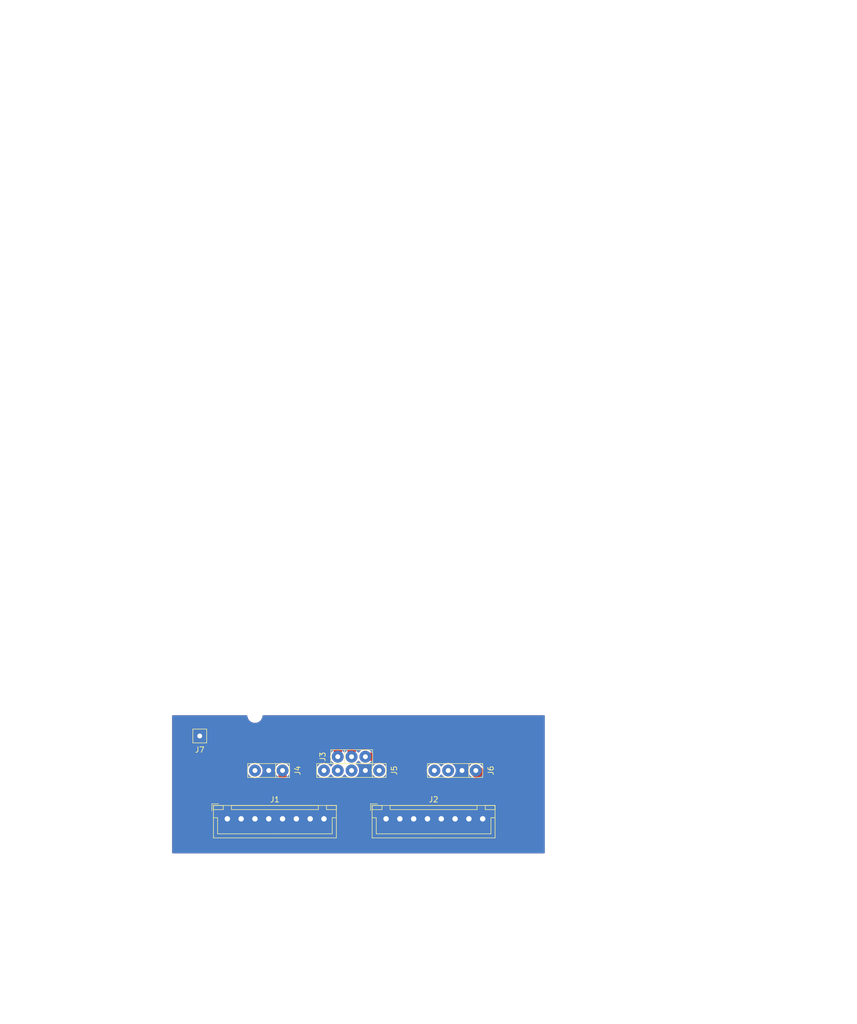
<source format=kicad_pcb>
(kicad_pcb (version 20171130) (host pcbnew "(5.1.6)-1")

  (general
    (thickness 1.6)
    (drawings 41)
    (tracks 22)
    (zones 0)
    (modules 7)
    (nets 15)
  )

  (page A4)
  (layers
    (0 F.Cu signal)
    (31 B.Cu signal)
    (32 B.Adhes user)
    (33 F.Adhes user)
    (34 B.Paste user)
    (35 F.Paste user)
    (36 B.SilkS user)
    (37 F.SilkS user)
    (38 B.Mask user)
    (39 F.Mask user)
    (40 Dwgs.User user)
    (41 Cmts.User user)
    (42 Eco1.User user)
    (43 Eco2.User user)
    (44 Edge.Cuts user)
    (45 Margin user)
    (46 B.CrtYd user)
    (47 F.CrtYd user)
    (48 B.Fab user)
    (49 F.Fab user)
  )

  (setup
    (last_trace_width 2.2)
    (user_trace_width 1)
    (user_trace_width 1.5)
    (user_trace_width 2)
    (user_trace_width 2.2)
    (trace_clearance 0.2)
    (zone_clearance 0.508)
    (zone_45_only no)
    (trace_min 0.2)
    (via_size 0.8)
    (via_drill 0.4)
    (via_min_size 0.4)
    (via_min_drill 0.3)
    (user_via 2.2 0.8)
    (uvia_size 0.3)
    (uvia_drill 0.1)
    (uvias_allowed no)
    (uvia_min_size 0.2)
    (uvia_min_drill 0.1)
    (edge_width 0.05)
    (segment_width 0.2)
    (pcb_text_width 0.3)
    (pcb_text_size 1.5 1.5)
    (mod_edge_width 0.12)
    (mod_text_size 1 1)
    (mod_text_width 0.15)
    (pad_size 1.524 1.524)
    (pad_drill 0.762)
    (pad_to_mask_clearance 0.05)
    (aux_axis_origin 0 0)
    (visible_elements 7FFFFFFF)
    (pcbplotparams
      (layerselection 0x010fc_ffffffff)
      (usegerberextensions false)
      (usegerberattributes true)
      (usegerberadvancedattributes true)
      (creategerberjobfile true)
      (excludeedgelayer true)
      (linewidth 0.100000)
      (plotframeref false)
      (viasonmask false)
      (mode 1)
      (useauxorigin false)
      (hpglpennumber 1)
      (hpglpenspeed 20)
      (hpglpendiameter 15.000000)
      (psnegative false)
      (psa4output false)
      (plotreference true)
      (plotvalue true)
      (plotinvisibletext false)
      (padsonsilk false)
      (subtractmaskfromsilk false)
      (outputformat 1)
      (mirror false)
      (drillshape 1)
      (scaleselection 1)
      (outputdirectory ""))
  )

  (net 0 "")
  (net 1 +5V)
  (net 2 GND)
  (net 3 RPI_TX0)
  (net 4 RPI_RX0)
  (net 5 RPI_READY)
  (net 6 AUDIO_RX_ACTIVE)
  (net 7 AUDIO_TX_ACTIVE)
  (net 8 RPI_RUN)
  (net 9 DISPLAY_MOSI)
  (net 10 DISPLAY_CS)
  (net 11 DISPLAY_CD)
  (net 12 DISPLAY_MISO)
  (net 13 DISPLAY_SCLK)
  (net 14 TOUCH_CS)

  (net_class Default "This is the default net class."
    (clearance 0.2)
    (trace_width 0.25)
    (via_dia 0.8)
    (via_drill 0.4)
    (uvia_dia 0.3)
    (uvia_drill 0.1)
    (add_net +5V)
    (add_net AUDIO_RX_ACTIVE)
    (add_net AUDIO_TX_ACTIVE)
    (add_net DISPLAY_CD)
    (add_net DISPLAY_CS)
    (add_net DISPLAY_MISO)
    (add_net DISPLAY_MOSI)
    (add_net DISPLAY_SCLK)
    (add_net GND)
    (add_net RPI_READY)
    (add_net RPI_RUN)
    (add_net RPI_RX0)
    (add_net RPI_TX0)
    (add_net TOUCH_CS)
  )

  (module 0_my_footprints:invPinSocket_1x03 (layer F.Cu) (tedit 6615DF40) (tstamp 661AB513)
    (at 30.48 -17.78 90)
    (descr "8.4mm tall socket strip, 1x03, 2.54mm pitch, from kicad_pinsockets.pm")
    (tags "Through hole socket strip THT 1x03 2.54mm single row")
    (path /66163A35)
    (fp_text reference J3 (at 0 -2.77 90) (layer F.SilkS)
      (effects (font (size 1 1) (thickness 0.15)))
    )
    (fp_text value PI_3 (at 0 7.85 90) (layer F.Fab)
      (effects (font (size 1 1) (thickness 0.15)))
    )
    (fp_line (start 1.27 -1.27) (end 1.27 6.41) (layer F.SilkS) (width 0.12))
    (fp_line (start -1.27 6.41) (end 1.27 6.41) (layer F.SilkS) (width 0.12))
    (fp_line (start -1.27 -1.27) (end -1.27 6.41) (layer F.SilkS) (width 0.12))
    (fp_line (start -1.27 -1.27) (end 1.27 -1.27) (layer F.SilkS) (width 0.12))
    (fp_line (start -1.27 1.27) (end 1.27 1.27) (layer F.SilkS) (width 0.12))
    (pad 3 thru_hole circle (at 0 5.08 90) (size 2.2 2.2) (drill 0.9) (layers *.Cu *.Mask)
      (net 9 DISPLAY_MOSI))
    (pad 2 thru_hole circle (at 0 2.54 90) (size 2.2 2.2) (drill 0.9) (layers *.Cu *.Mask)
      (net 12 DISPLAY_MISO))
    (pad 1 thru_hole circle (at 0 0 90) (size 2.2 2.2) (drill 0.9) (layers *.Cu *.Mask)
      (net 13 DISPLAY_SCLK))
    (model ${MY_KICAD_LIBRARIES}/my_3d_files/pinSockets/myPinSocket_1x03.step
      (offset (xyz 0 -5.08 -1.6))
      (scale (xyz 1 1 1))
      (rotate (xyz 180 0 0))
    )
  )

  (module 0_my_footprints:invPinSocket_1x03 (layer F.Cu) (tedit 6615DF40) (tstamp 661AB51F)
    (at 20.32 -15.24 270)
    (descr "8.4mm tall socket strip, 1x03, 2.54mm pitch, from kicad_pinsockets.pm")
    (tags "Through hole socket strip THT 1x03 2.54mm single row")
    (path /6615D6DC)
    (fp_text reference J4 (at 0 -2.77 90) (layer F.SilkS)
      (effects (font (size 1 1) (thickness 0.15)))
    )
    (fp_text value PI_2 (at 0 7.85 90) (layer F.Fab)
      (effects (font (size 1 1) (thickness 0.15)))
    )
    (fp_line (start -1.27 1.27) (end 1.27 1.27) (layer F.SilkS) (width 0.12))
    (fp_line (start -1.27 -1.27) (end 1.27 -1.27) (layer F.SilkS) (width 0.12))
    (fp_line (start -1.27 -1.27) (end -1.27 6.41) (layer F.SilkS) (width 0.12))
    (fp_line (start -1.27 6.41) (end 1.27 6.41) (layer F.SilkS) (width 0.12))
    (fp_line (start 1.27 -1.27) (end 1.27 6.41) (layer F.SilkS) (width 0.12))
    (pad 1 thru_hole circle (at 0 0 270) (size 2.2 2.2) (drill 0.9) (layers *.Cu *.Mask)
      (net 6 AUDIO_RX_ACTIVE))
    (pad 2 thru_hole circle (at 0 2.54 270) (size 2.2 2.2) (drill 0.9) (layers *.Cu *.Mask)
      (net 2 GND))
    (pad 3 thru_hole circle (at 0 5.08 270) (size 2.2 2.2) (drill 0.9) (layers *.Cu *.Mask)
      (net 7 AUDIO_TX_ACTIVE))
    (model ${MY_KICAD_LIBRARIES}/my_3d_files/pinSockets/myPinSocket_1x03.step
      (offset (xyz 0 -5.08 -1.6))
      (scale (xyz 1 1 1))
      (rotate (xyz 180 0 0))
    )
  )

  (module 0_my_footprints:invPinSocket_1x5 (layer F.Cu) (tedit 661AB15F) (tstamp 661AB52D)
    (at 38.1 -15.24 270)
    (descr "8.4mm tall socket strip, 1x05, 2.54mm pitch, from kicad_pinsockets.pm")
    (tags "Through hole socket strip THT 1x05 2.54mm single row")
    (path /661BB80B)
    (fp_text reference J5 (at 0 -2.77 90) (layer F.SilkS)
      (effects (font (size 1 1) (thickness 0.15)))
    )
    (fp_text value PI_1 (at 0 12.93 90) (layer F.Fab)
      (effects (font (size 1 1) (thickness 0.15)))
    )
    (fp_line (start -1.27 1.27) (end 1.27 1.27) (layer F.SilkS) (width 0.12))
    (fp_line (start 1.27 -1.27) (end 1.27 11.49) (layer F.SilkS) (width 0.12))
    (fp_line (start -1.27 11.49) (end 1.27 11.49) (layer F.SilkS) (width 0.12))
    (fp_line (start -1.27 -1.27) (end -1.27 11.49) (layer F.SilkS) (width 0.12))
    (fp_line (start -1.27 -1.27) (end 1.27 -1.27) (layer F.SilkS) (width 0.12))
    (pad 1 thru_hole circle (at 0 0 270) (size 2.2 2.2) (drill 0.9) (layers *.Cu *.Mask)
      (net 11 DISPLAY_CD))
    (pad 2 thru_hole circle (at 0 2.54 270) (size 2.2 2.2) (drill 0.9) (layers *.Cu *.Mask)
      (net 2 GND))
    (pad 3 thru_hole circle (at 0 5.08 270) (size 2.2 2.2) (drill 0.9) (layers *.Cu *.Mask)
      (net 5 RPI_READY))
    (pad 4 thru_hole circle (at 0 7.62 270) (size 2.2 2.2) (drill 0.9) (layers *.Cu *.Mask)
      (net 10 DISPLAY_CS))
    (pad 5 thru_hole circle (at 0 10.16 270) (size 2.2 2.2) (drill 0.9) (layers *.Cu *.Mask)
      (net 14 TOUCH_CS))
    (model ${MY_KICAD_LIBRARIES}/my_3d_files/pinSockets/myPinSocket_1x05.step
      (offset (xyz 0 0 -1.6))
      (scale (xyz 1 1 1))
      (rotate (xyz 0 180 0))
    )
  )

  (module 0_my_footprints:invPinSocket_1x04 (layer F.Cu) (tedit 6615DFDF) (tstamp 661AB53B)
    (at 55.88 -15.24 270)
    (descr "8.4mm tall socket strip, 1x04, 2.54mm pitch, from kicad_pinsockets.pm")
    (tags "Through hole socket strip THT 1x04 2.54mm single row")
    (path /66159DC7)
    (fp_text reference J6 (at 0 -2.77 90) (layer F.SilkS)
      (effects (font (size 1 1) (thickness 0.15)))
    )
    (fp_text value PI_0 (at 0 10.39 90) (layer F.Fab)
      (effects (font (size 1 1) (thickness 0.15)))
    )
    (fp_line (start -1.27 1.27) (end 1.27 1.27) (layer F.SilkS) (width 0.12))
    (fp_line (start -1.27 -1.27) (end -1.27 1.27) (layer F.SilkS) (width 0.12))
    (fp_line (start 1.27 -1.27) (end -1.27 -1.27) (layer F.SilkS) (width 0.12))
    (fp_line (start 1.27 8.89) (end 1.27 -1.27) (layer F.SilkS) (width 0.12))
    (fp_line (start -1.27 8.89) (end 1.27 8.89) (layer F.SilkS) (width 0.12))
    (fp_line (start -1.27 -1.27) (end -1.27 8.89) (layer F.SilkS) (width 0.12))
    (pad 1 thru_hole circle (at 0 0 270) (size 2.2 2.2) (drill 0.9) (layers *.Cu *.Mask)
      (net 1 +5V))
    (pad 2 thru_hole circle (at 0 2.54 270) (size 2.2 2.2) (drill 0.9) (layers *.Cu *.Mask)
      (net 2 GND))
    (pad 3 thru_hole circle (at 0 5.08 270) (size 2.2 2.2) (drill 0.9) (layers *.Cu *.Mask)
      (net 3 RPI_TX0))
    (pad 4 thru_hole circle (at 0 7.62 270) (size 2.2 2.2) (drill 0.9) (layers *.Cu *.Mask)
      (net 4 RPI_RX0))
    (model ${MY_KICAD_LIBRARIES}/my_3d_files/pinSockets/myPinSocket_1x04.step
      (offset (xyz 0 0 -1.6))
      (scale (xyz 1 1 1))
      (rotate (xyz 0 180 0))
    )
  )

  (module cnc3018-PCB:my1pin (layer F.Cu) (tedit 64E3B25A) (tstamp 661AB544)
    (at 5.08 -21.59)
    (path /662BD669)
    (fp_text reference J7 (at 0 2.54) (layer F.SilkS)
      (effects (font (size 1 1) (thickness 0.15)))
    )
    (fp_text value PI_RUN (at 0 -2.54) (layer F.Fab)
      (effects (font (size 1 1) (thickness 0.15)))
    )
    (fp_line (start 1.27 1.27) (end 1.27 -1.27) (layer F.SilkS) (width 0.12))
    (fp_line (start -1.27 1.27) (end 1.27 1.27) (layer F.SilkS) (width 0.12))
    (fp_line (start -1.27 -1.27) (end -1.27 1.27) (layer F.SilkS) (width 0.12))
    (fp_line (start -1.27 -1.27) (end 1.27 -1.27) (layer F.SilkS) (width 0.12))
    (pad 1 thru_hole circle (at 0 0) (size 2.2 2.2) (drill 0.9) (layers *.Cu *.Mask)
      (net 8 RPI_RUN))
  )

  (module 0_my_footprints:myJSTx08 (layer F.Cu) (tedit 63C19EB8) (tstamp 661DD589)
    (at 10.16 -6.35)
    (descr "JST XH series connector, B8B-XH-A (http://www.jst-mfg.com/product/pdf/eng/eXH.pdf), generated with kicad-footprint-generator")
    (tags "connector JST XH vertical")
    (path /662C3EE5)
    (fp_text reference J1 (at 8.75 -3.55) (layer F.SilkS)
      (effects (font (size 1 1) (thickness 0.15)))
    )
    (fp_text value Teensy3.2 (at 8.75 4.6) (layer F.Fab)
      (effects (font (size 1 1) (thickness 0.15)))
    )
    (fp_text user %R (at 8.75 2.7) (layer F.Fab)
      (effects (font (size 1 1) (thickness 0.15)))
    )
    (fp_line (start -2.45 -2.35) (end -2.45 3.4) (layer F.Fab) (width 0.1))
    (fp_line (start -2.45 3.4) (end 19.95 3.4) (layer F.Fab) (width 0.1))
    (fp_line (start 19.95 3.4) (end 19.95 -2.35) (layer F.Fab) (width 0.1))
    (fp_line (start 19.95 -2.35) (end -2.45 -2.35) (layer F.Fab) (width 0.1))
    (fp_line (start -2.56 -2.46) (end -2.56 3.51) (layer F.SilkS) (width 0.12))
    (fp_line (start -2.56 3.51) (end 20.06 3.51) (layer F.SilkS) (width 0.12))
    (fp_line (start 20.06 3.51) (end 20.06 -2.46) (layer F.SilkS) (width 0.12))
    (fp_line (start 20.06 -2.46) (end -2.56 -2.46) (layer F.SilkS) (width 0.12))
    (fp_line (start -2.95 -2.85) (end -2.95 3.9) (layer F.CrtYd) (width 0.05))
    (fp_line (start -2.95 3.9) (end 20.45 3.9) (layer F.CrtYd) (width 0.05))
    (fp_line (start 20.45 3.9) (end 20.45 -2.85) (layer F.CrtYd) (width 0.05))
    (fp_line (start 20.45 -2.85) (end -2.95 -2.85) (layer F.CrtYd) (width 0.05))
    (fp_line (start -0.625 -2.35) (end 0 -1.35) (layer F.Fab) (width 0.1))
    (fp_line (start 0 -1.35) (end 0.625 -2.35) (layer F.Fab) (width 0.1))
    (fp_line (start 0.75 -2.45) (end 0.75 -1.7) (layer F.SilkS) (width 0.12))
    (fp_line (start 0.75 -1.7) (end 16.75 -1.7) (layer F.SilkS) (width 0.12))
    (fp_line (start 16.75 -1.7) (end 16.75 -2.45) (layer F.SilkS) (width 0.12))
    (fp_line (start 16.75 -2.45) (end 0.75 -2.45) (layer F.SilkS) (width 0.12))
    (fp_line (start -2.55 -2.45) (end -2.55 -1.7) (layer F.SilkS) (width 0.12))
    (fp_line (start -2.55 -1.7) (end -0.75 -1.7) (layer F.SilkS) (width 0.12))
    (fp_line (start -0.75 -1.7) (end -0.75 -2.45) (layer F.SilkS) (width 0.12))
    (fp_line (start -0.75 -2.45) (end -2.55 -2.45) (layer F.SilkS) (width 0.12))
    (fp_line (start 18.25 -2.45) (end 18.25 -1.7) (layer F.SilkS) (width 0.12))
    (fp_line (start 18.25 -1.7) (end 20.05 -1.7) (layer F.SilkS) (width 0.12))
    (fp_line (start 20.05 -1.7) (end 20.05 -2.45) (layer F.SilkS) (width 0.12))
    (fp_line (start 20.05 -2.45) (end 18.25 -2.45) (layer F.SilkS) (width 0.12))
    (fp_line (start -2.55 -0.2) (end -1.8 -0.2) (layer F.SilkS) (width 0.12))
    (fp_line (start -1.8 -0.2) (end -1.8 2.75) (layer F.SilkS) (width 0.12))
    (fp_line (start -1.8 2.75) (end 8.75 2.75) (layer F.SilkS) (width 0.12))
    (fp_line (start 20.05 -0.2) (end 19.3 -0.2) (layer F.SilkS) (width 0.12))
    (fp_line (start 19.3 -0.2) (end 19.3 2.75) (layer F.SilkS) (width 0.12))
    (fp_line (start 19.3 2.75) (end 8.75 2.75) (layer F.SilkS) (width 0.12))
    (fp_line (start -1.6 -2.75) (end -2.85 -2.75) (layer F.SilkS) (width 0.12))
    (fp_line (start -2.85 -2.75) (end -2.85 -1.5) (layer F.SilkS) (width 0.12))
    (pad 8 thru_hole circle (at 17.78 0) (size 2.2 2.2) (drill 1) (layers *.Cu *.Mask)
      (net 8 RPI_RUN))
    (pad 7 thru_hole circle (at 15.24 0) (size 2.2 2.2) (drill 1) (layers *.Cu *.Mask)
      (net 7 AUDIO_TX_ACTIVE))
    (pad 6 thru_hole circle (at 12.7 0) (size 2.2 2.2) (drill 1) (layers *.Cu *.Mask)
      (net 6 AUDIO_RX_ACTIVE))
    (pad 5 thru_hole circle (at 10.16 0) (size 2.2 2.2) (drill 1) (layers *.Cu *.Mask)
      (net 5 RPI_READY))
    (pad 4 thru_hole circle (at 7.62 0) (size 2.2 2.2) (drill 1) (layers *.Cu *.Mask)
      (net 4 RPI_RX0))
    (pad 3 thru_hole circle (at 5.08 0) (size 2.2 2.2) (drill 1) (layers *.Cu *.Mask)
      (net 3 RPI_TX0))
    (pad 2 thru_hole circle (at 2.54 0) (size 2.2 2.2) (drill 1) (layers *.Cu *.Mask)
      (net 2 GND))
    (pad 1 thru_hole circle (at 0 0) (size 2.2 2.2) (drill 1) (layers *.Cu *.Mask)
      (net 1 +5V))
    (model ${KISYS3DMOD}/Connector_JST.3dshapes/JST_XH_B8B-XH-A_1x08_P2.50mm_Vertical.wrl
      (at (xyz 0 0 0))
      (scale (xyz 1 1 1))
      (rotate (xyz 0 0 0))
    )
  )

  (module 0_my_footprints:myJSTx08 (layer F.Cu) (tedit 63C19EB8) (tstamp 661DD5B8)
    (at 39.37 -6.35)
    (descr "JST XH series connector, B8B-XH-A (http://www.jst-mfg.com/product/pdf/eng/eXH.pdf), generated with kicad-footprint-generator")
    (tags "connector JST XH vertical")
    (path /661AFDC8)
    (fp_text reference J2 (at 8.75 -3.55) (layer F.SilkS)
      (effects (font (size 1 1) (thickness 0.15)))
    )
    (fp_text value Display (at 8.75 4.6) (layer F.Fab)
      (effects (font (size 1 1) (thickness 0.15)))
    )
    (fp_text user %R (at 8.75 2.7) (layer F.Fab)
      (effects (font (size 1 1) (thickness 0.15)))
    )
    (fp_line (start -2.45 -2.35) (end -2.45 3.4) (layer F.Fab) (width 0.1))
    (fp_line (start -2.45 3.4) (end 19.95 3.4) (layer F.Fab) (width 0.1))
    (fp_line (start 19.95 3.4) (end 19.95 -2.35) (layer F.Fab) (width 0.1))
    (fp_line (start 19.95 -2.35) (end -2.45 -2.35) (layer F.Fab) (width 0.1))
    (fp_line (start -2.56 -2.46) (end -2.56 3.51) (layer F.SilkS) (width 0.12))
    (fp_line (start -2.56 3.51) (end 20.06 3.51) (layer F.SilkS) (width 0.12))
    (fp_line (start 20.06 3.51) (end 20.06 -2.46) (layer F.SilkS) (width 0.12))
    (fp_line (start 20.06 -2.46) (end -2.56 -2.46) (layer F.SilkS) (width 0.12))
    (fp_line (start -2.95 -2.85) (end -2.95 3.9) (layer F.CrtYd) (width 0.05))
    (fp_line (start -2.95 3.9) (end 20.45 3.9) (layer F.CrtYd) (width 0.05))
    (fp_line (start 20.45 3.9) (end 20.45 -2.85) (layer F.CrtYd) (width 0.05))
    (fp_line (start 20.45 -2.85) (end -2.95 -2.85) (layer F.CrtYd) (width 0.05))
    (fp_line (start -0.625 -2.35) (end 0 -1.35) (layer F.Fab) (width 0.1))
    (fp_line (start 0 -1.35) (end 0.625 -2.35) (layer F.Fab) (width 0.1))
    (fp_line (start 0.75 -2.45) (end 0.75 -1.7) (layer F.SilkS) (width 0.12))
    (fp_line (start 0.75 -1.7) (end 16.75 -1.7) (layer F.SilkS) (width 0.12))
    (fp_line (start 16.75 -1.7) (end 16.75 -2.45) (layer F.SilkS) (width 0.12))
    (fp_line (start 16.75 -2.45) (end 0.75 -2.45) (layer F.SilkS) (width 0.12))
    (fp_line (start -2.55 -2.45) (end -2.55 -1.7) (layer F.SilkS) (width 0.12))
    (fp_line (start -2.55 -1.7) (end -0.75 -1.7) (layer F.SilkS) (width 0.12))
    (fp_line (start -0.75 -1.7) (end -0.75 -2.45) (layer F.SilkS) (width 0.12))
    (fp_line (start -0.75 -2.45) (end -2.55 -2.45) (layer F.SilkS) (width 0.12))
    (fp_line (start 18.25 -2.45) (end 18.25 -1.7) (layer F.SilkS) (width 0.12))
    (fp_line (start 18.25 -1.7) (end 20.05 -1.7) (layer F.SilkS) (width 0.12))
    (fp_line (start 20.05 -1.7) (end 20.05 -2.45) (layer F.SilkS) (width 0.12))
    (fp_line (start 20.05 -2.45) (end 18.25 -2.45) (layer F.SilkS) (width 0.12))
    (fp_line (start -2.55 -0.2) (end -1.8 -0.2) (layer F.SilkS) (width 0.12))
    (fp_line (start -1.8 -0.2) (end -1.8 2.75) (layer F.SilkS) (width 0.12))
    (fp_line (start -1.8 2.75) (end 8.75 2.75) (layer F.SilkS) (width 0.12))
    (fp_line (start 20.05 -0.2) (end 19.3 -0.2) (layer F.SilkS) (width 0.12))
    (fp_line (start 19.3 -0.2) (end 19.3 2.75) (layer F.SilkS) (width 0.12))
    (fp_line (start 19.3 2.75) (end 8.75 2.75) (layer F.SilkS) (width 0.12))
    (fp_line (start -1.6 -2.75) (end -2.85 -2.75) (layer F.SilkS) (width 0.12))
    (fp_line (start -2.85 -2.75) (end -2.85 -1.5) (layer F.SilkS) (width 0.12))
    (pad 8 thru_hole circle (at 17.78 0) (size 2.2 2.2) (drill 1) (layers *.Cu *.Mask)
      (net 1 +5V))
    (pad 7 thru_hole circle (at 15.24 0) (size 2.2 2.2) (drill 1) (layers *.Cu *.Mask)
      (net 2 GND))
    (pad 6 thru_hole circle (at 12.7 0) (size 2.2 2.2) (drill 1) (layers *.Cu *.Mask)
      (net 10 DISPLAY_CS))
    (pad 5 thru_hole circle (at 10.16 0) (size 2.2 2.2) (drill 1) (layers *.Cu *.Mask)
      (net 11 DISPLAY_CD))
    (pad 4 thru_hole circle (at 7.62 0) (size 2.2 2.2) (drill 1) (layers *.Cu *.Mask)
      (net 13 DISPLAY_SCLK))
    (pad 3 thru_hole circle (at 5.08 0) (size 2.2 2.2) (drill 1) (layers *.Cu *.Mask)
      (net 12 DISPLAY_MISO))
    (pad 2 thru_hole circle (at 2.54 0) (size 2.2 2.2) (drill 1) (layers *.Cu *.Mask)
      (net 9 DISPLAY_MOSI))
    (pad 1 thru_hole circle (at 0 0) (size 2.2 2.2) (drill 1) (layers *.Cu *.Mask)
      (net 14 TOUCH_CS))
    (model ${KISYS3DMOD}/Connector_JST.3dshapes/JST_XH_B8B-XH-A_1x08_P2.50mm_Vertical.wrl
      (at (xyz 0 0 0))
      (scale (xyz 1 1 1))
      (rotate (xyz 0 0 0))
    )
  )

  (gr_circle (center 5.33 -65.5) (end 5.33 -68.49) (layer Cmts.User) (width 0.15) (tstamp 661DD38B))
  (gr_circle (center 63.29 -65.57) (end 63.29 -68.56) (layer Cmts.User) (width 0.15) (tstamp 661DD38B))
  (gr_circle (center 63.34 -16.51) (end 63.34 -19.5) (layer Cmts.User) (width 0.15) (tstamp 661DD38B))
  (gr_circle (center 5.34 -16.51) (end 5.34 -19.5) (layer Cmts.User) (width 0.15))
  (gr_line (start 1.84 -24.21) (end 66.84 -24.21) (layer Cmts.User) (width 0.15) (tstamp 661DD2A0))
  (dimension 44.8 (width 0.15) (layer Cmts.User)
    (gr_text "44.800 mm" (at -20.62 -46.61 270) (layer Cmts.User)
      (effects (font (size 1 1) (thickness 0.15)))
    )
    (feature1 (pts (xy 1.84 -24.21) (xy -19.906421 -24.21)))
    (feature2 (pts (xy 1.84 -69.01) (xy -19.906421 -69.01)))
    (crossbar (pts (xy -19.32 -69.01) (xy -19.32 -24.21)))
    (arrow1a (pts (xy -19.32 -24.21) (xy -19.906421 -25.336504)))
    (arrow1b (pts (xy -19.32 -24.21) (xy -18.733579 -25.336504)))
    (arrow2a (pts (xy -19.32 -69.01) (xy -19.906421 -67.883496)))
    (arrow2b (pts (xy -19.32 -69.01) (xy -18.733579 -67.883496)))
  )
  (gr_line (start 1.84 -69.01) (end 1.84 -24.21) (layer Cmts.User) (width 0.15))
  (gr_circle (center 5.33 -65.51) (end 6.83 -65.51) (layer Dwgs.User) (width 0.15) (tstamp 661DD1BE))
  (gr_circle (center 63.33 -65.51) (end 64.83 -65.51) (layer Dwgs.User) (width 0.15) (tstamp 661DD1BD))
  (dimension 49 (width 0.15) (layer Margin)
    (gr_text "49.000 mm" (at -26.37 -41.01 90) (layer Margin)
      (effects (font (size 1 1) (thickness 0.15)))
    )
    (feature1 (pts (xy 5.34 -65.51) (xy -25.656421 -65.51)))
    (feature2 (pts (xy 5.34 -16.51) (xy -25.656421 -16.51)))
    (crossbar (pts (xy -25.07 -16.51) (xy -25.07 -65.51)))
    (arrow1a (pts (xy -25.07 -65.51) (xy -24.483579 -64.383496)))
    (arrow1b (pts (xy -25.07 -65.51) (xy -25.656421 -64.383496)))
    (arrow2a (pts (xy -25.07 -16.51) (xy -24.483579 -17.636504)))
    (arrow2b (pts (xy -25.07 -16.51) (xy -25.656421 -17.636504)))
  )
  (gr_line (start 5.34 -16.51) (end 5.34 -65.51) (layer Margin) (width 0.15))
  (dimension 29 (width 0.15) (layer Margin)
    (gr_text "29.000 mm" (at 19.84 -39.05) (layer Margin) (tstamp 661DD359)
      (effects (font (size 1 1) (thickness 0.15)))
    )
    (feature1 (pts (xy 34.34 -16.51) (xy 34.34 -38.336421)))
    (feature2 (pts (xy 5.34 -16.51) (xy 5.34 -38.336421)))
    (crossbar (pts (xy 5.34 -37.75) (xy 34.34 -37.75)))
    (arrow1a (pts (xy 34.34 -37.75) (xy 33.213496 -37.163579)))
    (arrow1b (pts (xy 34.34 -37.75) (xy 33.213496 -38.336421)))
    (arrow2a (pts (xy 5.34 -37.75) (xy 6.466504 -37.163579)))
    (arrow2b (pts (xy 5.34 -37.75) (xy 6.466504 -38.336421)))
  )
  (gr_line (start 34.34 -16.51) (end 34.34 -19.03) (layer Margin) (width 0.15))
  (gr_line (start 5.34 -16.51) (end 34.34 -16.51) (layer Margin) (width 0.15))
  (dimension 58 (width 0.15) (layer Margin)
    (gr_text "58.000 mm" (at 34.34 -47.11) (layer Margin) (tstamp 661DD33B)
      (effects (font (size 1 1) (thickness 0.15)))
    )
    (feature1 (pts (xy 63.34 -16.51) (xy 63.34 -46.396421)))
    (feature2 (pts (xy 5.34 -16.51) (xy 5.34 -46.396421)))
    (crossbar (pts (xy 5.34 -45.81) (xy 63.34 -45.81)))
    (arrow1a (pts (xy 63.34 -45.81) (xy 62.213496 -45.223579)))
    (arrow1b (pts (xy 63.34 -45.81) (xy 62.213496 -46.396421)))
    (arrow2a (pts (xy 5.34 -45.81) (xy 6.466504 -45.223579)))
    (arrow2b (pts (xy 5.34 -45.81) (xy 6.466504 -46.396421)))
  )
  (gr_line (start 5.34 -16.51) (end 63.34 -16.51) (layer Eco1.User) (width 0.15))
  (gr_circle (center 63.34 -16.51) (end 64.84 -16.51) (layer Dwgs.User) (width 0.15) (tstamp 661DCE18))
  (gr_line (start 66.84 -13.01) (end 66.84 -69.01) (layer Margin) (width 0.15) (tstamp 661DCDBA))
  (gr_line (start 1.84 -69.01) (end 66.84 -69.01) (layer Margin) (width 0.15) (tstamp 661DCDA2))
  (dimension 56.000008 (width 0.15) (layer Margin)
    (gr_text "56.000 mm" (at -30.310198 -40.992785 -89.96930584) (layer Margin)
      (effects (font (size 1 1) (thickness 0.15)))
    )
    (feature1 (pts (xy 1.81 -69.01) (xy -29.611618 -68.993167)))
    (feature2 (pts (xy 1.84 -13.01) (xy -29.581618 -12.993167)))
    (crossbar (pts (xy -28.995198 -12.993481) (xy -29.025198 -68.993481)))
    (arrow1a (pts (xy -29.025198 -68.993481) (xy -28.438174 -67.867292)))
    (arrow1b (pts (xy -29.025198 -68.993481) (xy -29.611015 -67.866663)))
    (arrow2a (pts (xy -28.995198 -12.993481) (xy -28.409381 -14.120299)))
    (arrow2b (pts (xy -28.995198 -12.993481) (xy -29.582222 -14.11967)))
  )
  (gr_line (start 1.84 -13.01) (end 1.84 -69.01) (layer Margin) (width 0.15))
  (dimension 65 (width 0.15) (layer Margin)
    (gr_text "65.000 mm" (at 34.34 32.04) (layer Margin)
      (effects (font (size 1 1) (thickness 0.15)))
    )
    (feature1 (pts (xy 66.84 -13.01) (xy 66.84 31.326421)))
    (feature2 (pts (xy 1.84 -13.01) (xy 1.84 31.326421)))
    (crossbar (pts (xy 1.84 30.74) (xy 66.84 30.74)))
    (arrow1a (pts (xy 66.84 30.74) (xy 65.713496 31.326421)))
    (arrow1b (pts (xy 66.84 30.74) (xy 65.713496 30.153579)))
    (arrow2a (pts (xy 1.84 30.74) (xy 2.966504 31.326421)))
    (arrow2b (pts (xy 1.84 30.74) (xy 2.966504 30.153579)))
  )
  (gr_circle (center 5.34 -16.51) (end 6.84 -16.51) (layer Dwgs.User) (width 0.15))
  (gr_line (start 1.84 -13.01) (end 66.84 -13.01) (layer Margin) (width 0.15))
  (dimension 3.5 (width 0.15) (layer Eco1.User)
    (gr_text "3.500 mm" (at -16.85 -14.76 270) (layer Eco1.User)
      (effects (font (size 1 1) (thickness 0.15)))
    )
    (feature1 (pts (xy 1.84 -13.01) (xy -16.136421 -13.01)))
    (feature2 (pts (xy 1.84 -16.51) (xy -16.136421 -16.51)))
    (crossbar (pts (xy -15.55 -16.51) (xy -15.55 -13.01)))
    (arrow1a (pts (xy -15.55 -13.01) (xy -16.136421 -14.136504)))
    (arrow1b (pts (xy -15.55 -13.01) (xy -14.963579 -14.136504)))
    (arrow2a (pts (xy -15.55 -16.51) (xy -16.136421 -15.383496)))
    (arrow2b (pts (xy -15.55 -16.51) (xy -14.963579 -15.383496)))
  )
  (dimension 3.5 (width 0.15) (layer Eco1.User)
    (gr_text "3.500 mm" (at 3.59 -31.14) (layer Eco1.User) (tstamp 661DD039)
      (effects (font (size 1 1) (thickness 0.15)))
    )
    (feature1 (pts (xy 1.84 -16.51) (xy 1.84 -30.426421)))
    (feature2 (pts (xy 5.34 -16.51) (xy 5.34 -30.426421)))
    (crossbar (pts (xy 5.34 -29.84) (xy 1.84 -29.84)))
    (arrow1a (pts (xy 1.84 -29.84) (xy 2.966504 -30.426421)))
    (arrow1b (pts (xy 1.84 -29.84) (xy 2.966504 -29.253579)))
    (arrow2a (pts (xy 5.34 -29.84) (xy 4.213496 -30.426421)))
    (arrow2b (pts (xy 5.34 -29.84) (xy 4.213496 -29.253579)))
  )
  (gr_line (start 1.84 -16.51) (end 1.84 -13.01) (layer Eco1.User) (width 0.15))
  (gr_line (start 5.34 -16.51) (end 1.84 -16.51) (layer Eco1.User) (width 0.15))
  (dimension 1.270039 (width 0.15) (layer Eco1.User)
    (gr_text "1.270 mm" (at 9.584937 -15.908385 -89.54886145) (layer Eco1.User)
      (effects (font (size 1 1) (thickness 0.15)))
    )
    (feature1 (pts (xy 5.34 -16.51) (xy 8.866379 -16.537767)))
    (feature2 (pts (xy 5.35 -15.24) (xy 8.876379 -15.267767)))
    (crossbar (pts (xy 8.289977 -15.263149) (xy 8.279977 -16.533149)))
    (arrow1a (pts (xy 8.279977 -16.533149) (xy 8.875249 -15.411298)))
    (arrow1b (pts (xy 8.279977 -16.533149) (xy 7.702444 -15.402063)))
    (arrow2a (pts (xy 8.289977 -15.263149) (xy 8.86751 -16.394235)))
    (arrow2b (pts (xy 8.289977 -15.263149) (xy 7.694705 -16.385)))
  )
  (gr_line (start 5.34 -15.24) (end 5.34 -16.51) (layer Eco1.User) (width 0.15))
  (dimension 9.9 (width 0.15) (layer Eco1.User)
    (gr_text "9.900 mm" (at 10.29 -34.66) (layer Eco1.User) (tstamp 661DC980)
      (effects (font (size 1 1) (thickness 0.15)))
    )
    (feature1 (pts (xy 5.34 -15.24) (xy 5.34 -33.946421)))
    (feature2 (pts (xy 15.24 -15.24) (xy 15.24 -33.946421)))
    (crossbar (pts (xy 15.24 -33.36) (xy 5.34 -33.36)))
    (arrow1a (pts (xy 5.34 -33.36) (xy 6.466504 -33.946421)))
    (arrow1b (pts (xy 5.34 -33.36) (xy 6.466504 -32.773579)))
    (arrow2a (pts (xy 15.24 -33.36) (xy 14.113496 -33.946421)))
    (arrow2b (pts (xy 15.24 -33.36) (xy 14.113496 -32.773579)))
  )
  (gr_line (start 15.24 -15.24) (end 5.34 -15.24) (layer Eco1.User) (width 0.15))
  (dimension 44.8 (width 0.15) (layer Cmts.User)
    (gr_text "44.800 mm" (at 34.36 -111.07 270) (layer Cmts.User)
      (effects (font (size 1 1) (thickness 0.15)))
    )
    (feature1 (pts (xy 60.96 -88.67) (xy 35.073579 -88.67)))
    (feature2 (pts (xy 60.96 -133.47) (xy 35.073579 -133.47)))
    (crossbar (pts (xy 35.66 -133.47) (xy 35.66 -88.67)))
    (arrow1a (pts (xy 35.66 -88.67) (xy 35.073579 -89.796504)))
    (arrow1b (pts (xy 35.66 -88.67) (xy 36.246421 -89.796504)))
    (arrow2a (pts (xy 35.66 -133.47) (xy 35.073579 -132.343496)))
    (arrow2b (pts (xy 35.66 -133.47) (xy 36.246421 -132.343496)))
  )
  (dimension 56 (width 0.15) (layer Dwgs.User)
    (gr_text "56.000 mm" (at 14.66 -105.47 270) (layer Dwgs.User)
      (effects (font (size 1 1) (thickness 0.15)))
    )
    (feature1 (pts (xy 60.96 -77.47) (xy 15.373579 -77.47)))
    (feature2 (pts (xy 60.96 -133.47) (xy 15.373579 -133.47)))
    (crossbar (pts (xy 15.96 -133.47) (xy 15.96 -77.47)))
    (arrow1a (pts (xy 15.96 -77.47) (xy 15.373579 -78.596504)))
    (arrow1b (pts (xy 15.96 -77.47) (xy 16.546421 -78.596504)))
    (arrow2a (pts (xy 15.96 -133.47) (xy 15.373579 -132.343496)))
    (arrow2b (pts (xy 15.96 -133.47) (xy 16.546421 -132.343496)))
  )
  (dimension 65 (width 0.15) (layer Dwgs.User)
    (gr_text "65.000 mm" (at 93.46 -156.27) (layer Dwgs.User)
      (effects (font (size 1 1) (thickness 0.15)))
    )
    (feature1 (pts (xy 125.96 -133.47) (xy 125.96 -155.556421)))
    (feature2 (pts (xy 60.96 -133.47) (xy 60.96 -155.556421)))
    (crossbar (pts (xy 60.96 -154.97) (xy 125.96 -154.97)))
    (arrow1a (pts (xy 125.96 -154.97) (xy 124.833496 -154.383579)))
    (arrow1b (pts (xy 125.96 -154.97) (xy 124.833496 -155.556421)))
    (arrow2a (pts (xy 60.96 -154.97) (xy 62.086504 -154.383579)))
    (arrow2b (pts (xy 60.96 -154.97) (xy 62.086504 -155.556421)))
  )
  (dimension 58 (width 0.15) (layer Dwgs.User)
    (gr_text "58.000 mm" (at 93.46 -148.77) (layer Dwgs.User)
      (effects (font (size 1 1) (thickness 0.15)))
    )
    (feature1 (pts (xy 122.46 -129.97) (xy 122.46 -148.056421)))
    (feature2 (pts (xy 64.46 -129.97) (xy 64.46 -148.056421)))
    (crossbar (pts (xy 64.46 -147.47) (xy 122.46 -147.47)))
    (arrow1a (pts (xy 122.46 -147.47) (xy 121.333496 -146.883579)))
    (arrow1b (pts (xy 122.46 -147.47) (xy 121.333496 -148.056421)))
    (arrow2a (pts (xy 64.46 -147.47) (xy 65.586504 -146.883579)))
    (arrow2b (pts (xy 64.46 -147.47) (xy 65.586504 -148.056421)))
  )
  (gr_circle (center 122.46 -129.97) (end 123.96 -129.97) (layer Dwgs.User) (width 0.15) (tstamp 661ABEC8))
  (gr_circle (center 64.46 -129.97) (end 65.96 -129.97) (layer Dwgs.User) (width 0.15) (tstamp 661ABEC8))
  (gr_line (start 60.96 -133.47) (end 60.96 -77.47) (layer Dwgs.User) (width 0.15) (tstamp 661ABE44))
  (gr_line (start 125.96 -133.47) (end 60.96 -133.47) (layer Dwgs.User) (width 0.15))
  (gr_line (start 125.96 -77.47) (end 125.96 -133.47) (layer Dwgs.User) (width 0.15))

  (segment (start 55.88 -15.24) (end 58.42 -12.7) (width 2.2) (layer F.Cu) (net 1))
  (segment (start 58.42 -12.7) (end 58.42 -7.62) (width 2.2) (layer F.Cu) (net 1))
  (segment (start 58.42 -7.62) (end 57.15 -6.35) (width 2.2) (layer F.Cu) (net 1))
  (segment (start 20.32 -15.24) (end 20.32 -12.7) (width 1.5) (layer F.Cu) (net 6))
  (segment (start 20.32 -12.7) (end 22.86 -10.16) (width 1.5) (layer F.Cu) (net 6))
  (segment (start 22.86 -10.16) (end 22.86 -6.35) (width 1.5) (layer F.Cu) (net 6))
  (segment (start 38.594002 -17.78) (end 41.91 -14.464002) (width 1.5) (layer F.Cu) (net 9))
  (segment (start 35.56 -17.78) (end 38.594002 -17.78) (width 1.5) (layer F.Cu) (net 9))
  (segment (start 41.91 -14.464002) (end 41.91 -6.35) (width 1.5) (layer F.Cu) (net 9))
  (segment (start 33.02 -17.78) (end 33.02 -19.05) (width 1.5) (layer F.Cu) (net 12))
  (segment (start 33.800001 -19.830001) (end 38.948177 -19.830001) (width 1.5) (layer F.Cu) (net 12))
  (segment (start 33.02 -19.05) (end 33.800001 -19.830001) (width 1.5) (layer F.Cu) (net 12))
  (segment (start 38.948177 -19.830001) (end 43.61001 -15.168169) (width 1.5) (layer F.Cu) (net 12))
  (segment (start 43.61001 -15.168169) (end 43.61001 -7.82499) (width 1.5) (layer F.Cu) (net 12))
  (segment (start 43.61001 -7.82499) (end 44.45 -6.985) (width 1.5) (layer F.Cu) (net 12))
  (segment (start 30.48 -17.78) (end 30.48 -19.05) (width 1.5) (layer F.Cu) (net 13))
  (segment (start 39.652344 -21.530011) (end 40.648187 -20.534168) (width 1.5) (layer F.Cu) (net 13))
  (segment (start 30.48 -19.05) (end 32.960011 -21.530011) (width 1.5) (layer F.Cu) (net 13))
  (segment (start 32.960011 -21.530011) (end 39.652344 -21.530011) (width 1.5) (layer F.Cu) (net 13))
  (segment (start 40.648187 -20.534168) (end 45.31002 -15.872336) (width 1.5) (layer F.Cu) (net 13))
  (segment (start 45.31002 -15.872336) (end 45.31002 -8.529156) (width 1.5) (layer F.Cu) (net 13))
  (segment (start 45.31002 -8.529156) (end 46.99 -6.849176) (width 1.5) (layer F.Cu) (net 13))

  (zone (net 2) (net_name GND) (layer F.Cu) (tstamp 0) (hatch edge 0.508)
    (connect_pads yes (clearance 0.3))
    (min_thickness 0.3)
    (fill yes (arc_segments 32) (thermal_gap 0.508) (thermal_bridge_width 0.508))
    (polygon
      (pts
        (xy 68.58 0) (xy 0 0) (xy 0 -25.4) (xy 68.58 -25.4)
      )
    )
    (filled_polygon
      (pts
        (xy 13.69 -25.247338) (xy 13.749565 -24.947882) (xy 13.866408 -24.6658) (xy 14.036036 -24.411932) (xy 14.251932 -24.196036)
        (xy 14.5058 -24.026408) (xy 14.787882 -23.909565) (xy 15.087338 -23.85) (xy 15.392662 -23.85) (xy 15.692118 -23.909565)
        (xy 15.9742 -24.026408) (xy 16.228068 -24.196036) (xy 16.443964 -24.411932) (xy 16.613592 -24.6658) (xy 16.730435 -24.947882)
        (xy 16.79 -25.247338) (xy 16.79 -25.25) (xy 68.43 -25.25) (xy 68.43 -0.15) (xy 0.15 -0.15)
        (xy 0.15 -15.392662) (xy 13.69 -15.392662) (xy 13.69 -15.087338) (xy 13.749565 -14.787882) (xy 13.866408 -14.5058)
        (xy 14.036036 -14.251932) (xy 14.251932 -14.036036) (xy 14.5058 -13.866408) (xy 14.787882 -13.749565) (xy 15.087338 -13.69)
        (xy 15.392662 -13.69) (xy 15.692118 -13.749565) (xy 15.9742 -13.866408) (xy 16.228068 -14.036036) (xy 16.443964 -14.251932)
        (xy 16.613592 -14.5058) (xy 16.730435 -14.787882) (xy 16.79 -15.087338) (xy 16.79 -15.392662) (xy 18.77 -15.392662)
        (xy 18.77 -15.087338) (xy 18.829565 -14.787882) (xy 18.946408 -14.5058) (xy 19.116036 -14.251932) (xy 19.331932 -14.036036)
        (xy 19.5858 -13.866408) (xy 19.867882 -13.749565) (xy 20.167338 -13.69) (xy 20.472662 -13.69) (xy 20.772118 -13.749565)
        (xy 21.0542 -13.866408) (xy 21.308068 -14.036036) (xy 21.523964 -14.251932) (xy 21.693592 -14.5058) (xy 21.810435 -14.787882)
        (xy 21.87 -15.087338) (xy 21.87 -15.392662) (xy 26.39 -15.392662) (xy 26.39 -15.087338) (xy 26.449565 -14.787882)
        (xy 26.566408 -14.5058) (xy 26.736036 -14.251932) (xy 26.951932 -14.036036) (xy 27.2058 -13.866408) (xy 27.487882 -13.749565)
        (xy 27.787338 -13.69) (xy 28.092662 -13.69) (xy 28.392118 -13.749565) (xy 28.6742 -13.866408) (xy 28.928068 -14.036036)
        (xy 29.143964 -14.251932) (xy 29.21 -14.350763) (xy 29.276036 -14.251932) (xy 29.491932 -14.036036) (xy 29.7458 -13.866408)
        (xy 30.027882 -13.749565) (xy 30.327338 -13.69) (xy 30.632662 -13.69) (xy 30.932118 -13.749565) (xy 31.2142 -13.866408)
        (xy 31.468068 -14.036036) (xy 31.683964 -14.251932) (xy 31.75 -14.350763) (xy 31.816036 -14.251932) (xy 32.031932 -14.036036)
        (xy 32.2858 -13.866408) (xy 32.567882 -13.749565) (xy 32.867338 -13.69) (xy 33.172662 -13.69) (xy 33.472118 -13.749565)
        (xy 33.7542 -13.866408) (xy 34.008068 -14.036036) (xy 34.223964 -14.251932) (xy 34.393592 -14.5058) (xy 34.510435 -14.787882)
        (xy 34.57 -15.087338) (xy 34.57 -15.392662) (xy 36.55 -15.392662) (xy 36.55 -15.087338) (xy 36.609565 -14.787882)
        (xy 36.726408 -14.5058) (xy 36.896036 -14.251932) (xy 37.111932 -14.036036) (xy 37.3658 -13.866408) (xy 37.647882 -13.749565)
        (xy 37.947338 -13.69) (xy 38.252662 -13.69) (xy 38.552118 -13.749565) (xy 38.8342 -13.866408) (xy 39.088068 -14.036036)
        (xy 39.303964 -14.251932) (xy 39.473592 -14.5058) (xy 39.590435 -14.787882) (xy 39.65 -15.087338) (xy 39.65 -15.392662)
        (xy 46.71 -15.392662) (xy 46.71 -15.087338) (xy 46.769565 -14.787882) (xy 46.886408 -14.5058) (xy 47.056036 -14.251932)
        (xy 47.271932 -14.036036) (xy 47.5258 -13.866408) (xy 47.807882 -13.749565) (xy 48.107338 -13.69) (xy 48.412662 -13.69)
        (xy 48.712118 -13.749565) (xy 48.9942 -13.866408) (xy 49.248068 -14.036036) (xy 49.463964 -14.251932) (xy 49.53 -14.350763)
        (xy 49.596036 -14.251932) (xy 49.811932 -14.036036) (xy 50.0658 -13.866408) (xy 50.347882 -13.749565) (xy 50.647338 -13.69)
        (xy 50.952662 -13.69) (xy 51.252118 -13.749565) (xy 51.5342 -13.866408) (xy 51.788068 -14.036036) (xy 52.003964 -14.251932)
        (xy 52.173592 -14.5058) (xy 52.290435 -14.787882) (xy 52.35 -15.087338) (xy 52.35 -15.392662) (xy 54.33 -15.392662)
        (xy 54.33 -15.087338) (xy 54.389565 -14.787882) (xy 54.506408 -14.5058) (xy 54.676036 -14.251932) (xy 54.891932 -14.036036)
        (xy 55.1458 -13.866408) (xy 55.427882 -13.749565) (xy 55.727338 -13.69) (xy 56.032662 -13.69) (xy 56.332118 -13.749565)
        (xy 56.6142 -13.866408) (xy 56.868068 -14.036036) (xy 57.083964 -14.251932) (xy 57.253592 -14.5058) (xy 57.370435 -14.787882)
        (xy 57.43 -15.087338) (xy 57.43 -15.392662) (xy 57.370435 -15.692118) (xy 57.253592 -15.9742) (xy 57.083964 -16.228068)
        (xy 56.868068 -16.443964) (xy 56.6142 -16.613592) (xy 56.332118 -16.730435) (xy 56.032662 -16.79) (xy 55.727338 -16.79)
        (xy 55.427882 -16.730435) (xy 55.1458 -16.613592) (xy 54.891932 -16.443964) (xy 54.676036 -16.228068) (xy 54.506408 -15.9742)
        (xy 54.389565 -15.692118) (xy 54.33 -15.392662) (xy 52.35 -15.392662) (xy 52.290435 -15.692118) (xy 52.173592 -15.9742)
        (xy 52.003964 -16.228068) (xy 51.788068 -16.443964) (xy 51.5342 -16.613592) (xy 51.252118 -16.730435) (xy 50.952662 -16.79)
        (xy 50.647338 -16.79) (xy 50.347882 -16.730435) (xy 50.0658 -16.613592) (xy 49.811932 -16.443964) (xy 49.596036 -16.228068)
        (xy 49.53 -16.129237) (xy 49.463964 -16.228068) (xy 49.248068 -16.443964) (xy 48.9942 -16.613592) (xy 48.712118 -16.730435)
        (xy 48.412662 -16.79) (xy 48.107338 -16.79) (xy 47.807882 -16.730435) (xy 47.5258 -16.613592) (xy 47.271932 -16.443964)
        (xy 47.056036 -16.228068) (xy 46.886408 -15.9742) (xy 46.769565 -15.692118) (xy 46.71 -15.392662) (xy 39.65 -15.392662)
        (xy 39.590435 -15.692118) (xy 39.473592 -15.9742) (xy 39.303964 -16.228068) (xy 39.088068 -16.443964) (xy 38.8342 -16.613592)
        (xy 38.552118 -16.730435) (xy 38.252662 -16.79) (xy 37.947338 -16.79) (xy 37.647882 -16.730435) (xy 37.3658 -16.613592)
        (xy 37.111932 -16.443964) (xy 36.896036 -16.228068) (xy 36.726408 -15.9742) (xy 36.609565 -15.692118) (xy 36.55 -15.392662)
        (xy 34.57 -15.392662) (xy 34.510435 -15.692118) (xy 34.393592 -15.9742) (xy 34.223964 -16.228068) (xy 34.008068 -16.443964)
        (xy 33.909237 -16.51) (xy 34.008068 -16.576036) (xy 34.223964 -16.791932) (xy 34.29 -16.890763) (xy 34.356036 -16.791932)
        (xy 34.571932 -16.576036) (xy 34.8258 -16.406408) (xy 35.107882 -16.289565) (xy 35.407338 -16.23) (xy 35.712662 -16.23)
        (xy 36.012118 -16.289565) (xy 36.2942 -16.406408) (xy 36.548068 -16.576036) (xy 36.763964 -16.791932) (xy 36.933592 -17.0458)
        (xy 37.050435 -17.327882) (xy 37.11 -17.627338) (xy 37.11 -17.932662) (xy 37.050435 -18.232118) (xy 36.933592 -18.5142)
        (xy 36.763964 -18.768068) (xy 36.548068 -18.983964) (xy 36.2942 -19.153592) (xy 36.012118 -19.270435) (xy 35.712662 -19.33)
        (xy 35.407338 -19.33) (xy 35.107882 -19.270435) (xy 34.8258 -19.153592) (xy 34.571932 -18.983964) (xy 34.356036 -18.768068)
        (xy 34.29 -18.669237) (xy 34.223964 -18.768068) (xy 34.008068 -18.983964) (xy 33.7542 -19.153592) (xy 33.472118 -19.270435)
        (xy 33.172662 -19.33) (xy 32.867338 -19.33) (xy 32.567882 -19.270435) (xy 32.2858 -19.153592) (xy 32.031932 -18.983964)
        (xy 31.816036 -18.768068) (xy 31.75 -18.669237) (xy 31.683964 -18.768068) (xy 31.468068 -18.983964) (xy 31.2142 -19.153592)
        (xy 30.932118 -19.270435) (xy 30.632662 -19.33) (xy 30.327338 -19.33) (xy 30.027882 -19.270435) (xy 29.7458 -19.153592)
        (xy 29.491932 -18.983964) (xy 29.276036 -18.768068) (xy 29.106408 -18.5142) (xy 28.989565 -18.232118) (xy 28.93 -17.932662)
        (xy 28.93 -17.627338) (xy 28.989565 -17.327882) (xy 29.106408 -17.0458) (xy 29.276036 -16.791932) (xy 29.491932 -16.576036)
        (xy 29.590763 -16.51) (xy 29.491932 -16.443964) (xy 29.276036 -16.228068) (xy 29.21 -16.129237) (xy 29.143964 -16.228068)
        (xy 28.928068 -16.443964) (xy 28.6742 -16.613592) (xy 28.392118 -16.730435) (xy 28.092662 -16.79) (xy 27.787338 -16.79)
        (xy 27.487882 -16.730435) (xy 27.2058 -16.613592) (xy 26.951932 -16.443964) (xy 26.736036 -16.228068) (xy 26.566408 -15.9742)
        (xy 26.449565 -15.692118) (xy 26.39 -15.392662) (xy 21.87 -15.392662) (xy 21.810435 -15.692118) (xy 21.693592 -15.9742)
        (xy 21.523964 -16.228068) (xy 21.308068 -16.443964) (xy 21.0542 -16.613592) (xy 20.772118 -16.730435) (xy 20.472662 -16.79)
        (xy 20.167338 -16.79) (xy 19.867882 -16.730435) (xy 19.5858 -16.613592) (xy 19.331932 -16.443964) (xy 19.116036 -16.228068)
        (xy 18.946408 -15.9742) (xy 18.829565 -15.692118) (xy 18.77 -15.392662) (xy 16.79 -15.392662) (xy 16.730435 -15.692118)
        (xy 16.613592 -15.9742) (xy 16.443964 -16.228068) (xy 16.228068 -16.443964) (xy 15.9742 -16.613592) (xy 15.692118 -16.730435)
        (xy 15.392662 -16.79) (xy 15.087338 -16.79) (xy 14.787882 -16.730435) (xy 14.5058 -16.613592) (xy 14.251932 -16.443964)
        (xy 14.036036 -16.228068) (xy 13.866408 -15.9742) (xy 13.749565 -15.692118) (xy 13.69 -15.392662) (xy 0.15 -15.392662)
        (xy 0.15 -25.25) (xy 13.69 -25.25)
      )
    )
  )
  (zone (net 2) (net_name GND) (layer B.Cu) (tstamp 0) (hatch edge 0.508)
    (connect_pads yes (clearance 0.3))
    (min_thickness 0.3)
    (fill yes (arc_segments 32) (thermal_gap 0.508) (thermal_bridge_width 0.508))
    (polygon
      (pts
        (xy 68.58 0) (xy 0 0) (xy 0 -25.4) (xy 68.58 -25.4)
      )
    )
    (filled_polygon
      (pts
        (xy 13.69 -25.247338) (xy 13.749565 -24.947882) (xy 13.866408 -24.6658) (xy 14.036036 -24.411932) (xy 14.251932 -24.196036)
        (xy 14.5058 -24.026408) (xy 14.787882 -23.909565) (xy 15.087338 -23.85) (xy 15.392662 -23.85) (xy 15.692118 -23.909565)
        (xy 15.9742 -24.026408) (xy 16.228068 -24.196036) (xy 16.443964 -24.411932) (xy 16.613592 -24.6658) (xy 16.730435 -24.947882)
        (xy 16.79 -25.247338) (xy 16.79 -25.25) (xy 68.43 -25.25) (xy 68.43 -0.15) (xy 0.15 -0.15)
        (xy 0.15 -15.392662) (xy 13.69 -15.392662) (xy 13.69 -15.087338) (xy 13.749565 -14.787882) (xy 13.866408 -14.5058)
        (xy 14.036036 -14.251932) (xy 14.251932 -14.036036) (xy 14.5058 -13.866408) (xy 14.787882 -13.749565) (xy 15.087338 -13.69)
        (xy 15.392662 -13.69) (xy 15.692118 -13.749565) (xy 15.9742 -13.866408) (xy 16.228068 -14.036036) (xy 16.443964 -14.251932)
        (xy 16.613592 -14.5058) (xy 16.730435 -14.787882) (xy 16.79 -15.087338) (xy 16.79 -15.392662) (xy 18.77 -15.392662)
        (xy 18.77 -15.087338) (xy 18.829565 -14.787882) (xy 18.946408 -14.5058) (xy 19.116036 -14.251932) (xy 19.331932 -14.036036)
        (xy 19.5858 -13.866408) (xy 19.867882 -13.749565) (xy 20.167338 -13.69) (xy 20.472662 -13.69) (xy 20.772118 -13.749565)
        (xy 21.0542 -13.866408) (xy 21.308068 -14.036036) (xy 21.523964 -14.251932) (xy 21.693592 -14.5058) (xy 21.810435 -14.787882)
        (xy 21.87 -15.087338) (xy 21.87 -15.392662) (xy 26.39 -15.392662) (xy 26.39 -15.087338) (xy 26.449565 -14.787882)
        (xy 26.566408 -14.5058) (xy 26.736036 -14.251932) (xy 26.951932 -14.036036) (xy 27.2058 -13.866408) (xy 27.487882 -13.749565)
        (xy 27.787338 -13.69) (xy 28.092662 -13.69) (xy 28.392118 -13.749565) (xy 28.6742 -13.866408) (xy 28.928068 -14.036036)
        (xy 29.143964 -14.251932) (xy 29.21 -14.350763) (xy 29.276036 -14.251932) (xy 29.491932 -14.036036) (xy 29.7458 -13.866408)
        (xy 30.027882 -13.749565) (xy 30.327338 -13.69) (xy 30.632662 -13.69) (xy 30.932118 -13.749565) (xy 31.2142 -13.866408)
        (xy 31.468068 -14.036036) (xy 31.683964 -14.251932) (xy 31.75 -14.350763) (xy 31.816036 -14.251932) (xy 32.031932 -14.036036)
        (xy 32.2858 -13.866408) (xy 32.567882 -13.749565) (xy 32.867338 -13.69) (xy 33.172662 -13.69) (xy 33.472118 -13.749565)
        (xy 33.7542 -13.866408) (xy 34.008068 -14.036036) (xy 34.223964 -14.251932) (xy 34.393592 -14.5058) (xy 34.510435 -14.787882)
        (xy 34.57 -15.087338) (xy 34.57 -15.392662) (xy 36.55 -15.392662) (xy 36.55 -15.087338) (xy 36.609565 -14.787882)
        (xy 36.726408 -14.5058) (xy 36.896036 -14.251932) (xy 37.111932 -14.036036) (xy 37.3658 -13.866408) (xy 37.647882 -13.749565)
        (xy 37.947338 -13.69) (xy 38.252662 -13.69) (xy 38.552118 -13.749565) (xy 38.8342 -13.866408) (xy 39.088068 -14.036036)
        (xy 39.303964 -14.251932) (xy 39.473592 -14.5058) (xy 39.590435 -14.787882) (xy 39.65 -15.087338) (xy 39.65 -15.392662)
        (xy 46.71 -15.392662) (xy 46.71 -15.087338) (xy 46.769565 -14.787882) (xy 46.886408 -14.5058) (xy 47.056036 -14.251932)
        (xy 47.271932 -14.036036) (xy 47.5258 -13.866408) (xy 47.807882 -13.749565) (xy 48.107338 -13.69) (xy 48.412662 -13.69)
        (xy 48.712118 -13.749565) (xy 48.9942 -13.866408) (xy 49.248068 -14.036036) (xy 49.463964 -14.251932) (xy 49.53 -14.350763)
        (xy 49.596036 -14.251932) (xy 49.811932 -14.036036) (xy 50.0658 -13.866408) (xy 50.347882 -13.749565) (xy 50.647338 -13.69)
        (xy 50.952662 -13.69) (xy 51.252118 -13.749565) (xy 51.5342 -13.866408) (xy 51.788068 -14.036036) (xy 52.003964 -14.251932)
        (xy 52.173592 -14.5058) (xy 52.290435 -14.787882) (xy 52.35 -15.087338) (xy 52.35 -15.392662) (xy 54.33 -15.392662)
        (xy 54.33 -15.087338) (xy 54.389565 -14.787882) (xy 54.506408 -14.5058) (xy 54.676036 -14.251932) (xy 54.891932 -14.036036)
        (xy 55.1458 -13.866408) (xy 55.427882 -13.749565) (xy 55.727338 -13.69) (xy 56.032662 -13.69) (xy 56.332118 -13.749565)
        (xy 56.6142 -13.866408) (xy 56.868068 -14.036036) (xy 57.083964 -14.251932) (xy 57.253592 -14.5058) (xy 57.370435 -14.787882)
        (xy 57.43 -15.087338) (xy 57.43 -15.392662) (xy 57.370435 -15.692118) (xy 57.253592 -15.9742) (xy 57.083964 -16.228068)
        (xy 56.868068 -16.443964) (xy 56.6142 -16.613592) (xy 56.332118 -16.730435) (xy 56.032662 -16.79) (xy 55.727338 -16.79)
        (xy 55.427882 -16.730435) (xy 55.1458 -16.613592) (xy 54.891932 -16.443964) (xy 54.676036 -16.228068) (xy 54.506408 -15.9742)
        (xy 54.389565 -15.692118) (xy 54.33 -15.392662) (xy 52.35 -15.392662) (xy 52.290435 -15.692118) (xy 52.173592 -15.9742)
        (xy 52.003964 -16.228068) (xy 51.788068 -16.443964) (xy 51.5342 -16.613592) (xy 51.252118 -16.730435) (xy 50.952662 -16.79)
        (xy 50.647338 -16.79) (xy 50.347882 -16.730435) (xy 50.0658 -16.613592) (xy 49.811932 -16.443964) (xy 49.596036 -16.228068)
        (xy 49.53 -16.129237) (xy 49.463964 -16.228068) (xy 49.248068 -16.443964) (xy 48.9942 -16.613592) (xy 48.712118 -16.730435)
        (xy 48.412662 -16.79) (xy 48.107338 -16.79) (xy 47.807882 -16.730435) (xy 47.5258 -16.613592) (xy 47.271932 -16.443964)
        (xy 47.056036 -16.228068) (xy 46.886408 -15.9742) (xy 46.769565 -15.692118) (xy 46.71 -15.392662) (xy 39.65 -15.392662)
        (xy 39.590435 -15.692118) (xy 39.473592 -15.9742) (xy 39.303964 -16.228068) (xy 39.088068 -16.443964) (xy 38.8342 -16.613592)
        (xy 38.552118 -16.730435) (xy 38.252662 -16.79) (xy 37.947338 -16.79) (xy 37.647882 -16.730435) (xy 37.3658 -16.613592)
        (xy 37.111932 -16.443964) (xy 36.896036 -16.228068) (xy 36.726408 -15.9742) (xy 36.609565 -15.692118) (xy 36.55 -15.392662)
        (xy 34.57 -15.392662) (xy 34.510435 -15.692118) (xy 34.393592 -15.9742) (xy 34.223964 -16.228068) (xy 34.008068 -16.443964)
        (xy 33.909237 -16.51) (xy 34.008068 -16.576036) (xy 34.223964 -16.791932) (xy 34.29 -16.890763) (xy 34.356036 -16.791932)
        (xy 34.571932 -16.576036) (xy 34.8258 -16.406408) (xy 35.107882 -16.289565) (xy 35.407338 -16.23) (xy 35.712662 -16.23)
        (xy 36.012118 -16.289565) (xy 36.2942 -16.406408) (xy 36.548068 -16.576036) (xy 36.763964 -16.791932) (xy 36.933592 -17.0458)
        (xy 37.050435 -17.327882) (xy 37.11 -17.627338) (xy 37.11 -17.932662) (xy 37.050435 -18.232118) (xy 36.933592 -18.5142)
        (xy 36.763964 -18.768068) (xy 36.548068 -18.983964) (xy 36.2942 -19.153592) (xy 36.012118 -19.270435) (xy 35.712662 -19.33)
        (xy 35.407338 -19.33) (xy 35.107882 -19.270435) (xy 34.8258 -19.153592) (xy 34.571932 -18.983964) (xy 34.356036 -18.768068)
        (xy 34.29 -18.669237) (xy 34.223964 -18.768068) (xy 34.008068 -18.983964) (xy 33.7542 -19.153592) (xy 33.472118 -19.270435)
        (xy 33.172662 -19.33) (xy 32.867338 -19.33) (xy 32.567882 -19.270435) (xy 32.2858 -19.153592) (xy 32.031932 -18.983964)
        (xy 31.816036 -18.768068) (xy 31.75 -18.669237) (xy 31.683964 -18.768068) (xy 31.468068 -18.983964) (xy 31.2142 -19.153592)
        (xy 30.932118 -19.270435) (xy 30.632662 -19.33) (xy 30.327338 -19.33) (xy 30.027882 -19.270435) (xy 29.7458 -19.153592)
        (xy 29.491932 -18.983964) (xy 29.276036 -18.768068) (xy 29.106408 -18.5142) (xy 28.989565 -18.232118) (xy 28.93 -17.932662)
        (xy 28.93 -17.627338) (xy 28.989565 -17.327882) (xy 29.106408 -17.0458) (xy 29.276036 -16.791932) (xy 29.491932 -16.576036)
        (xy 29.590763 -16.51) (xy 29.491932 -16.443964) (xy 29.276036 -16.228068) (xy 29.21 -16.129237) (xy 29.143964 -16.228068)
        (xy 28.928068 -16.443964) (xy 28.6742 -16.613592) (xy 28.392118 -16.730435) (xy 28.092662 -16.79) (xy 27.787338 -16.79)
        (xy 27.487882 -16.730435) (xy 27.2058 -16.613592) (xy 26.951932 -16.443964) (xy 26.736036 -16.228068) (xy 26.566408 -15.9742)
        (xy 26.449565 -15.692118) (xy 26.39 -15.392662) (xy 21.87 -15.392662) (xy 21.810435 -15.692118) (xy 21.693592 -15.9742)
        (xy 21.523964 -16.228068) (xy 21.308068 -16.443964) (xy 21.0542 -16.613592) (xy 20.772118 -16.730435) (xy 20.472662 -16.79)
        (xy 20.167338 -16.79) (xy 19.867882 -16.730435) (xy 19.5858 -16.613592) (xy 19.331932 -16.443964) (xy 19.116036 -16.228068)
        (xy 18.946408 -15.9742) (xy 18.829565 -15.692118) (xy 18.77 -15.392662) (xy 16.79 -15.392662) (xy 16.730435 -15.692118)
        (xy 16.613592 -15.9742) (xy 16.443964 -16.228068) (xy 16.228068 -16.443964) (xy 15.9742 -16.613592) (xy 15.692118 -16.730435)
        (xy 15.392662 -16.79) (xy 15.087338 -16.79) (xy 14.787882 -16.730435) (xy 14.5058 -16.613592) (xy 14.251932 -16.443964)
        (xy 14.036036 -16.228068) (xy 13.866408 -15.9742) (xy 13.749565 -15.692118) (xy 13.69 -15.392662) (xy 0.15 -15.392662)
        (xy 0.15 -25.25) (xy 13.69 -25.25)
      )
    )
  )
)

</source>
